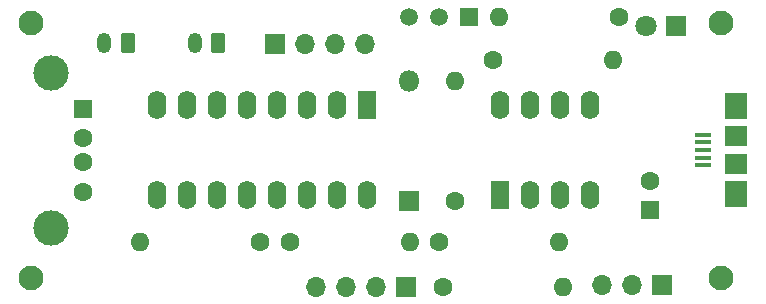
<source format=gts>
G04 #@! TF.GenerationSoftware,KiCad,Pcbnew,(7.0.0)*
G04 #@! TF.CreationDate,2023-06-02T20:53:43-06:00*
G04 #@! TF.ProjectId,WatchDogV4-CAP,57617463-6844-46f6-9756-342d4341502e,rev?*
G04 #@! TF.SameCoordinates,Original*
G04 #@! TF.FileFunction,Soldermask,Top*
G04 #@! TF.FilePolarity,Negative*
%FSLAX46Y46*%
G04 Gerber Fmt 4.6, Leading zero omitted, Abs format (unit mm)*
G04 Created by KiCad (PCBNEW (7.0.0)) date 2023-06-02 20:53:43*
%MOMM*%
%LPD*%
G01*
G04 APERTURE LIST*
G04 Aperture macros list*
%AMRoundRect*
0 Rectangle with rounded corners*
0 $1 Rounding radius*
0 $2 $3 $4 $5 $6 $7 $8 $9 X,Y pos of 4 corners*
0 Add a 4 corners polygon primitive as box body*
4,1,4,$2,$3,$4,$5,$6,$7,$8,$9,$2,$3,0*
0 Add four circle primitives for the rounded corners*
1,1,$1+$1,$2,$3*
1,1,$1+$1,$4,$5*
1,1,$1+$1,$6,$7*
1,1,$1+$1,$8,$9*
0 Add four rect primitives between the rounded corners*
20,1,$1+$1,$2,$3,$4,$5,0*
20,1,$1+$1,$4,$5,$6,$7,0*
20,1,$1+$1,$6,$7,$8,$9,0*
20,1,$1+$1,$8,$9,$2,$3,0*%
G04 Aperture macros list end*
%ADD10R,1.700000X1.700000*%
%ADD11O,1.700000X1.700000*%
%ADD12R,1.400000X0.400000*%
%ADD13R,1.900000X2.300000*%
%ADD14R,1.900000X1.800000*%
%ADD15C,2.100000*%
%ADD16R,1.500000X1.500000*%
%ADD17C,1.500000*%
%ADD18C,1.600000*%
%ADD19O,1.600000X1.600000*%
%ADD20R,1.600000X1.600000*%
%ADD21R,1.800000X1.800000*%
%ADD22C,1.800000*%
%ADD23O,1.800000X1.800000*%
%ADD24R,1.500000X1.600000*%
%ADD25C,3.000000*%
%ADD26R,1.600000X2.400000*%
%ADD27O,1.600000X2.400000*%
%ADD28RoundRect,0.250000X0.350000X0.625000X-0.350000X0.625000X-0.350000X-0.625000X0.350000X-0.625000X0*%
%ADD29O,1.200000X1.750000*%
G04 APERTURE END LIST*
D10*
X87629999Y-44322999D03*
D11*
X90169999Y-44322999D03*
X92709999Y-44322999D03*
X95249999Y-44322999D03*
D12*
X123824999Y-54624999D03*
X123824999Y-53974999D03*
X123824999Y-53324999D03*
X123824999Y-52674999D03*
X123824999Y-52024999D03*
D13*
X126674999Y-57074999D03*
D14*
X126674999Y-54474999D03*
X126674999Y-52174999D03*
D13*
X126674999Y-49574999D03*
D15*
X125349000Y-64135000D03*
D16*
X104012999Y-42036999D03*
D17*
X101473000Y-42037000D03*
X98933000Y-42037000D03*
D18*
X86360000Y-61087000D03*
D19*
X76199999Y-61086999D03*
D10*
X120380999Y-64769999D03*
D11*
X117840999Y-64769999D03*
X115300999Y-64769999D03*
D20*
X119379999Y-58419999D03*
D18*
X119380000Y-55920000D03*
D15*
X66929000Y-42545000D03*
X125349000Y-42545000D03*
D18*
X116713000Y-42037000D03*
D19*
X106552999Y-42036999D03*
D18*
X101854000Y-64897000D03*
D19*
X112013999Y-64896999D03*
D21*
X121543999Y-42798999D03*
D22*
X119004000Y-42799000D03*
D15*
X66929000Y-64135000D03*
D21*
X98932999Y-57657999D03*
D23*
X98932999Y-47497999D03*
D18*
X101473000Y-61087000D03*
D19*
X111632999Y-61086999D03*
D18*
X88900000Y-61087000D03*
D19*
X99059999Y-61086999D03*
D24*
X71399999Y-49839999D03*
D18*
X71400000Y-52340000D03*
X71400000Y-54340000D03*
X71400000Y-56840000D03*
D25*
X68690000Y-46770000D03*
X68690000Y-59910000D03*
D26*
X95376999Y-49529999D03*
D27*
X92836999Y-49529999D03*
X90296999Y-49529999D03*
X87756999Y-49529999D03*
X85216999Y-49529999D03*
X82676999Y-49529999D03*
X80136999Y-49529999D03*
X77596999Y-49529999D03*
X77596999Y-57149999D03*
X80136999Y-57149999D03*
X82676999Y-57149999D03*
X85216999Y-57149999D03*
X87756999Y-57149999D03*
X90296999Y-57149999D03*
X92836999Y-57149999D03*
X95376999Y-57149999D03*
D18*
X106045000Y-45720000D03*
D19*
X116204999Y-45719999D03*
D18*
X102870000Y-57658000D03*
D19*
X102869999Y-47497999D03*
D28*
X75168000Y-44233000D03*
D29*
X73167999Y-44232999D03*
D10*
X98678999Y-64896999D03*
D11*
X96138999Y-64896999D03*
X93598999Y-64896999D03*
X91058999Y-64896999D03*
D26*
X106689999Y-57164999D03*
D27*
X109229999Y-57164999D03*
X111769999Y-57164999D03*
X114309999Y-57164999D03*
X114309999Y-49544999D03*
X111769999Y-49544999D03*
X109229999Y-49544999D03*
X106689999Y-49544999D03*
D28*
X82804000Y-44233000D03*
D29*
X80803999Y-44232999D03*
M02*

</source>
